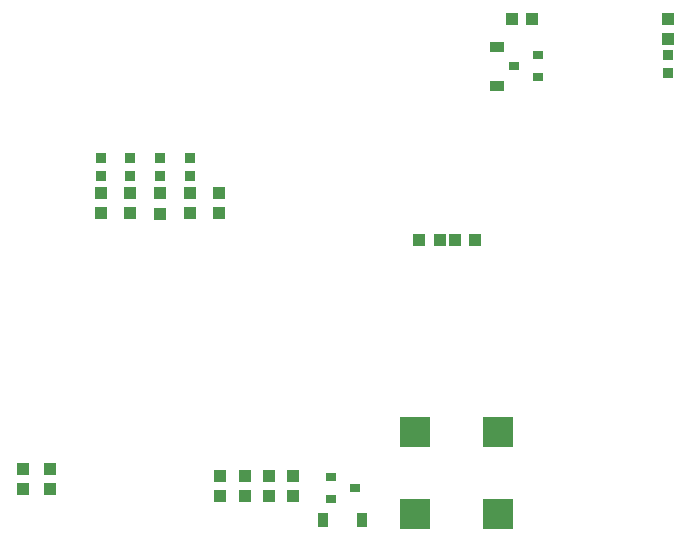
<source format=gtp>
G04 EAGLE Gerber RS-274X export*
G75*
%MOMM*%
%FSLAX34Y34*%
%LPD*%
%INSolderpaste Top*%
%IPPOS*%
%AMOC8*
5,1,8,0,0,1.08239X$1,22.5*%
G01*
%ADD10R,1.100000X1.000000*%
%ADD11R,0.900000X0.800000*%
%ADD12R,1.000000X1.100000*%
%ADD13R,0.970200X0.920900*%
%ADD14R,0.950000X1.250000*%
%ADD15R,1.250000X0.950000*%
%ADD16R,2.500000X2.500000*%


D10*
X50560Y184060D03*
X50560Y167060D03*
D11*
X311470Y177610D03*
X311470Y158610D03*
X331470Y168110D03*
D10*
X279210Y178200D03*
X279210Y161200D03*
X258790Y178230D03*
X258790Y161230D03*
X238170Y178140D03*
X238170Y161140D03*
D11*
X486450Y516200D03*
X486450Y535200D03*
X466450Y525700D03*
D10*
X73700Y184000D03*
X73700Y167000D03*
D12*
X464220Y564910D03*
X481220Y564910D03*
D10*
X596438Y565280D03*
X596438Y548280D03*
D13*
X596306Y535006D03*
X596306Y519514D03*
D14*
X304450Y141200D03*
X337450Y141200D03*
D15*
X451900Y541350D03*
X451900Y508350D03*
D10*
X217700Y178100D03*
X217700Y161100D03*
X216700Y418000D03*
X216700Y401000D03*
D16*
X382650Y215950D03*
X382650Y145950D03*
X452650Y145950D03*
X452650Y215950D03*
D10*
X116700Y417700D03*
X116700Y400700D03*
X141000Y418000D03*
X141000Y401000D03*
X166600Y417600D03*
X166600Y400600D03*
X191800Y418200D03*
X191800Y401200D03*
D13*
X191800Y432054D03*
X191800Y447546D03*
X166300Y432254D03*
X166300Y447746D03*
X141000Y432254D03*
X141000Y447746D03*
X116800Y432354D03*
X116800Y447846D03*
D12*
X403300Y378500D03*
X386300Y378500D03*
X416400Y378500D03*
X433400Y378500D03*
M02*

</source>
